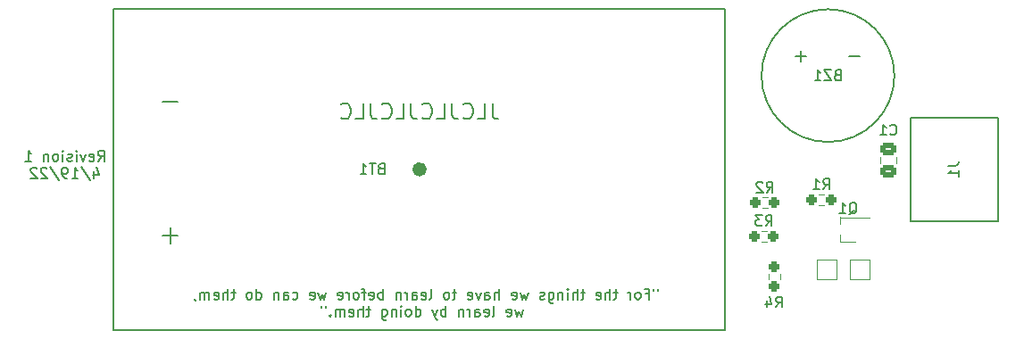
<source format=gbo>
%TF.GenerationSoftware,KiCad,Pcbnew,(6.0.2)*%
%TF.CreationDate,2022-04-20T19:36:53-07:00*%
%TF.ProjectId,TxBoard,5478426f-6172-4642-9e6b-696361645f70,3*%
%TF.SameCoordinates,Original*%
%TF.FileFunction,Legend,Bot*%
%TF.FilePolarity,Positive*%
%FSLAX46Y46*%
G04 Gerber Fmt 4.6, Leading zero omitted, Abs format (unit mm)*
G04 Created by KiCad (PCBNEW (6.0.2)) date 2022-04-20 19:36:53*
%MOMM*%
%LPD*%
G01*
G04 APERTURE LIST*
G04 Aperture macros list*
%AMRoundRect*
0 Rectangle with rounded corners*
0 $1 Rounding radius*
0 $2 $3 $4 $5 $6 $7 $8 $9 X,Y pos of 4 corners*
0 Add a 4 corners polygon primitive as box body*
4,1,4,$2,$3,$4,$5,$6,$7,$8,$9,$2,$3,0*
0 Add four circle primitives for the rounded corners*
1,1,$1+$1,$2,$3*
1,1,$1+$1,$4,$5*
1,1,$1+$1,$6,$7*
1,1,$1+$1,$8,$9*
0 Add four rect primitives between the rounded corners*
20,1,$1+$1,$2,$3,$4,$5,0*
20,1,$1+$1,$4,$5,$6,$7,0*
20,1,$1+$1,$6,$7,$8,$9,0*
20,1,$1+$1,$8,$9,$2,$3,0*%
G04 Aperture macros list end*
%ADD10C,0.160000*%
%ADD11C,0.150000*%
%ADD12C,0.120000*%
%ADD13C,0.177800*%
%ADD14C,0.695000*%
%ADD15C,7.000000*%
%ADD16C,1.676400*%
%ADD17RoundRect,0.237500X0.237500X-0.250000X0.237500X0.250000X-0.237500X0.250000X-0.237500X-0.250000X0*%
%ADD18O,2.717800X1.501800*%
%ADD19O,1.501800X2.717800*%
%ADD20RoundRect,0.250000X0.475000X-0.337500X0.475000X0.337500X-0.475000X0.337500X-0.475000X-0.337500X0*%
%ADD21RoundRect,0.237500X0.250000X0.237500X-0.250000X0.237500X-0.250000X-0.237500X0.250000X-0.237500X0*%
%ADD22C,1.100000*%
%ADD23R,1.500000X1.500000*%
%ADD24RoundRect,0.237500X-0.250000X-0.237500X0.250000X-0.237500X0.250000X0.237500X-0.250000X0.237500X0*%
%ADD25C,1.755000*%
%ADD26R,1.500000X0.450000*%
G04 APERTURE END LIST*
D10*
X148648571Y-90878571D02*
X148648571Y-91950000D01*
X148720000Y-92164285D01*
X148862857Y-92307142D01*
X149077142Y-92378571D01*
X149220000Y-92378571D01*
X147220000Y-92378571D02*
X147934285Y-92378571D01*
X147934285Y-90878571D01*
X145862857Y-92235714D02*
X145934285Y-92307142D01*
X146148571Y-92378571D01*
X146291428Y-92378571D01*
X146505714Y-92307142D01*
X146648571Y-92164285D01*
X146720000Y-92021428D01*
X146791428Y-91735714D01*
X146791428Y-91521428D01*
X146720000Y-91235714D01*
X146648571Y-91092857D01*
X146505714Y-90950000D01*
X146291428Y-90878571D01*
X146148571Y-90878571D01*
X145934285Y-90950000D01*
X145862857Y-91021428D01*
X144791428Y-90878571D02*
X144791428Y-91950000D01*
X144862857Y-92164285D01*
X145005714Y-92307142D01*
X145220000Y-92378571D01*
X145362857Y-92378571D01*
X143362857Y-92378571D02*
X144077142Y-92378571D01*
X144077142Y-90878571D01*
X142005714Y-92235714D02*
X142077142Y-92307142D01*
X142291428Y-92378571D01*
X142434285Y-92378571D01*
X142648571Y-92307142D01*
X142791428Y-92164285D01*
X142862857Y-92021428D01*
X142934285Y-91735714D01*
X142934285Y-91521428D01*
X142862857Y-91235714D01*
X142791428Y-91092857D01*
X142648571Y-90950000D01*
X142434285Y-90878571D01*
X142291428Y-90878571D01*
X142077142Y-90950000D01*
X142005714Y-91021428D01*
X140934285Y-90878571D02*
X140934285Y-91950000D01*
X141005714Y-92164285D01*
X141148571Y-92307142D01*
X141362857Y-92378571D01*
X141505714Y-92378571D01*
X139505714Y-92378571D02*
X140220000Y-92378571D01*
X140220000Y-90878571D01*
X138148571Y-92235714D02*
X138220000Y-92307142D01*
X138434285Y-92378571D01*
X138577142Y-92378571D01*
X138791428Y-92307142D01*
X138934285Y-92164285D01*
X139005714Y-92021428D01*
X139077142Y-91735714D01*
X139077142Y-91521428D01*
X139005714Y-91235714D01*
X138934285Y-91092857D01*
X138791428Y-90950000D01*
X138577142Y-90878571D01*
X138434285Y-90878571D01*
X138220000Y-90950000D01*
X138148571Y-91021428D01*
X137077142Y-90878571D02*
X137077142Y-91950000D01*
X137148571Y-92164285D01*
X137291428Y-92307142D01*
X137505714Y-92378571D01*
X137648571Y-92378571D01*
X135648571Y-92378571D02*
X136362857Y-92378571D01*
X136362857Y-90878571D01*
X134291428Y-92235714D02*
X134362857Y-92307142D01*
X134577142Y-92378571D01*
X134720000Y-92378571D01*
X134934285Y-92307142D01*
X135077142Y-92164285D01*
X135148571Y-92021428D01*
X135220000Y-91735714D01*
X135220000Y-91521428D01*
X135148571Y-91235714D01*
X135077142Y-91092857D01*
X134934285Y-90950000D01*
X134720000Y-90878571D01*
X134577142Y-90878571D01*
X134362857Y-90950000D01*
X134291428Y-91021428D01*
X111242857Y-96372380D02*
X111576190Y-95896190D01*
X111814285Y-96372380D02*
X111814285Y-95372380D01*
X111433333Y-95372380D01*
X111338095Y-95420000D01*
X111290476Y-95467619D01*
X111242857Y-95562857D01*
X111242857Y-95705714D01*
X111290476Y-95800952D01*
X111338095Y-95848571D01*
X111433333Y-95896190D01*
X111814285Y-95896190D01*
X110433333Y-96324761D02*
X110528571Y-96372380D01*
X110719047Y-96372380D01*
X110814285Y-96324761D01*
X110861904Y-96229523D01*
X110861904Y-95848571D01*
X110814285Y-95753333D01*
X110719047Y-95705714D01*
X110528571Y-95705714D01*
X110433333Y-95753333D01*
X110385714Y-95848571D01*
X110385714Y-95943809D01*
X110861904Y-96039047D01*
X110052380Y-95705714D02*
X109814285Y-96372380D01*
X109576190Y-95705714D01*
X109195238Y-96372380D02*
X109195238Y-95705714D01*
X109195238Y-95372380D02*
X109242857Y-95420000D01*
X109195238Y-95467619D01*
X109147619Y-95420000D01*
X109195238Y-95372380D01*
X109195238Y-95467619D01*
X108766666Y-96324761D02*
X108671428Y-96372380D01*
X108480952Y-96372380D01*
X108385714Y-96324761D01*
X108338095Y-96229523D01*
X108338095Y-96181904D01*
X108385714Y-96086666D01*
X108480952Y-96039047D01*
X108623809Y-96039047D01*
X108719047Y-95991428D01*
X108766666Y-95896190D01*
X108766666Y-95848571D01*
X108719047Y-95753333D01*
X108623809Y-95705714D01*
X108480952Y-95705714D01*
X108385714Y-95753333D01*
X107909523Y-96372380D02*
X107909523Y-95705714D01*
X107909523Y-95372380D02*
X107957142Y-95420000D01*
X107909523Y-95467619D01*
X107861904Y-95420000D01*
X107909523Y-95372380D01*
X107909523Y-95467619D01*
X107290476Y-96372380D02*
X107385714Y-96324761D01*
X107433333Y-96277142D01*
X107480952Y-96181904D01*
X107480952Y-95896190D01*
X107433333Y-95800952D01*
X107385714Y-95753333D01*
X107290476Y-95705714D01*
X107147619Y-95705714D01*
X107052380Y-95753333D01*
X107004761Y-95800952D01*
X106957142Y-95896190D01*
X106957142Y-96181904D01*
X107004761Y-96277142D01*
X107052380Y-96324761D01*
X107147619Y-96372380D01*
X107290476Y-96372380D01*
X106528571Y-95705714D02*
X106528571Y-96372380D01*
X106528571Y-95800952D02*
X106480952Y-95753333D01*
X106385714Y-95705714D01*
X106242857Y-95705714D01*
X106147619Y-95753333D01*
X106100000Y-95848571D01*
X106100000Y-96372380D01*
X104338095Y-96372380D02*
X104909523Y-96372380D01*
X104623809Y-96372380D02*
X104623809Y-95372380D01*
X104719047Y-95515238D01*
X104814285Y-95610476D01*
X104909523Y-95658095D01*
X110861904Y-97315714D02*
X110861904Y-97982380D01*
X111100000Y-96934761D02*
X111338095Y-97649047D01*
X110719047Y-97649047D01*
X109623809Y-96934761D02*
X110480952Y-98220476D01*
X108766666Y-97982380D02*
X109338095Y-97982380D01*
X109052380Y-97982380D02*
X109052380Y-96982380D01*
X109147619Y-97125238D01*
X109242857Y-97220476D01*
X109338095Y-97268095D01*
X108290476Y-97982380D02*
X108100000Y-97982380D01*
X108004761Y-97934761D01*
X107957142Y-97887142D01*
X107861904Y-97744285D01*
X107814285Y-97553809D01*
X107814285Y-97172857D01*
X107861904Y-97077619D01*
X107909523Y-97030000D01*
X108004761Y-96982380D01*
X108195238Y-96982380D01*
X108290476Y-97030000D01*
X108338095Y-97077619D01*
X108385714Y-97172857D01*
X108385714Y-97410952D01*
X108338095Y-97506190D01*
X108290476Y-97553809D01*
X108195238Y-97601428D01*
X108004761Y-97601428D01*
X107909523Y-97553809D01*
X107861904Y-97506190D01*
X107814285Y-97410952D01*
X106671428Y-96934761D02*
X107528571Y-98220476D01*
X106385714Y-97077619D02*
X106338095Y-97030000D01*
X106242857Y-96982380D01*
X106004761Y-96982380D01*
X105909523Y-97030000D01*
X105861904Y-97077619D01*
X105814285Y-97172857D01*
X105814285Y-97268095D01*
X105861904Y-97410952D01*
X106433333Y-97982380D01*
X105814285Y-97982380D01*
X105433333Y-97077619D02*
X105385714Y-97030000D01*
X105290476Y-96982380D01*
X105052380Y-96982380D01*
X104957142Y-97030000D01*
X104909523Y-97077619D01*
X104861904Y-97172857D01*
X104861904Y-97268095D01*
X104909523Y-97410952D01*
X105480952Y-97982380D01*
X104861904Y-97982380D01*
X164319380Y-108502380D02*
X164319380Y-108692857D01*
X163938428Y-108502380D02*
X163938428Y-108692857D01*
X163176523Y-108978571D02*
X163509857Y-108978571D01*
X163509857Y-109502380D02*
X163509857Y-108502380D01*
X163033666Y-108502380D01*
X162509857Y-109502380D02*
X162605095Y-109454761D01*
X162652714Y-109407142D01*
X162700333Y-109311904D01*
X162700333Y-109026190D01*
X162652714Y-108930952D01*
X162605095Y-108883333D01*
X162509857Y-108835714D01*
X162367000Y-108835714D01*
X162271761Y-108883333D01*
X162224142Y-108930952D01*
X162176523Y-109026190D01*
X162176523Y-109311904D01*
X162224142Y-109407142D01*
X162271761Y-109454761D01*
X162367000Y-109502380D01*
X162509857Y-109502380D01*
X161747952Y-109502380D02*
X161747952Y-108835714D01*
X161747952Y-109026190D02*
X161700333Y-108930952D01*
X161652714Y-108883333D01*
X161557476Y-108835714D01*
X161462238Y-108835714D01*
X160509857Y-108835714D02*
X160128904Y-108835714D01*
X160367000Y-108502380D02*
X160367000Y-109359523D01*
X160319380Y-109454761D01*
X160224142Y-109502380D01*
X160128904Y-109502380D01*
X159795571Y-109502380D02*
X159795571Y-108502380D01*
X159367000Y-109502380D02*
X159367000Y-108978571D01*
X159414619Y-108883333D01*
X159509857Y-108835714D01*
X159652714Y-108835714D01*
X159747952Y-108883333D01*
X159795571Y-108930952D01*
X158509857Y-109454761D02*
X158605095Y-109502380D01*
X158795571Y-109502380D01*
X158890809Y-109454761D01*
X158938428Y-109359523D01*
X158938428Y-108978571D01*
X158890809Y-108883333D01*
X158795571Y-108835714D01*
X158605095Y-108835714D01*
X158509857Y-108883333D01*
X158462238Y-108978571D01*
X158462238Y-109073809D01*
X158938428Y-109169047D01*
X157414619Y-108835714D02*
X157033666Y-108835714D01*
X157271761Y-108502380D02*
X157271761Y-109359523D01*
X157224142Y-109454761D01*
X157128904Y-109502380D01*
X157033666Y-109502380D01*
X156700333Y-109502380D02*
X156700333Y-108502380D01*
X156271761Y-109502380D02*
X156271761Y-108978571D01*
X156319380Y-108883333D01*
X156414619Y-108835714D01*
X156557476Y-108835714D01*
X156652714Y-108883333D01*
X156700333Y-108930952D01*
X155795571Y-109502380D02*
X155795571Y-108835714D01*
X155795571Y-108502380D02*
X155843190Y-108550000D01*
X155795571Y-108597619D01*
X155747952Y-108550000D01*
X155795571Y-108502380D01*
X155795571Y-108597619D01*
X155319380Y-108835714D02*
X155319380Y-109502380D01*
X155319380Y-108930952D02*
X155271761Y-108883333D01*
X155176523Y-108835714D01*
X155033666Y-108835714D01*
X154938428Y-108883333D01*
X154890809Y-108978571D01*
X154890809Y-109502380D01*
X153986047Y-108835714D02*
X153986047Y-109645238D01*
X154033666Y-109740476D01*
X154081285Y-109788095D01*
X154176523Y-109835714D01*
X154319380Y-109835714D01*
X154414619Y-109788095D01*
X153986047Y-109454761D02*
X154081285Y-109502380D01*
X154271761Y-109502380D01*
X154367000Y-109454761D01*
X154414619Y-109407142D01*
X154462238Y-109311904D01*
X154462238Y-109026190D01*
X154414619Y-108930952D01*
X154367000Y-108883333D01*
X154271761Y-108835714D01*
X154081285Y-108835714D01*
X153986047Y-108883333D01*
X153557476Y-109454761D02*
X153462238Y-109502380D01*
X153271761Y-109502380D01*
X153176523Y-109454761D01*
X153128904Y-109359523D01*
X153128904Y-109311904D01*
X153176523Y-109216666D01*
X153271761Y-109169047D01*
X153414619Y-109169047D01*
X153509857Y-109121428D01*
X153557476Y-109026190D01*
X153557476Y-108978571D01*
X153509857Y-108883333D01*
X153414619Y-108835714D01*
X153271761Y-108835714D01*
X153176523Y-108883333D01*
X152033666Y-108835714D02*
X151843190Y-109502380D01*
X151652714Y-109026190D01*
X151462238Y-109502380D01*
X151271761Y-108835714D01*
X150509857Y-109454761D02*
X150605095Y-109502380D01*
X150795571Y-109502380D01*
X150890809Y-109454761D01*
X150938428Y-109359523D01*
X150938428Y-108978571D01*
X150890809Y-108883333D01*
X150795571Y-108835714D01*
X150605095Y-108835714D01*
X150509857Y-108883333D01*
X150462238Y-108978571D01*
X150462238Y-109073809D01*
X150938428Y-109169047D01*
X149271761Y-109502380D02*
X149271761Y-108502380D01*
X148843190Y-109502380D02*
X148843190Y-108978571D01*
X148890809Y-108883333D01*
X148986047Y-108835714D01*
X149128904Y-108835714D01*
X149224142Y-108883333D01*
X149271761Y-108930952D01*
X147938428Y-109502380D02*
X147938428Y-108978571D01*
X147986047Y-108883333D01*
X148081285Y-108835714D01*
X148271761Y-108835714D01*
X148367000Y-108883333D01*
X147938428Y-109454761D02*
X148033666Y-109502380D01*
X148271761Y-109502380D01*
X148367000Y-109454761D01*
X148414619Y-109359523D01*
X148414619Y-109264285D01*
X148367000Y-109169047D01*
X148271761Y-109121428D01*
X148033666Y-109121428D01*
X147938428Y-109073809D01*
X147557476Y-108835714D02*
X147319380Y-109502380D01*
X147081285Y-108835714D01*
X146319380Y-109454761D02*
X146414619Y-109502380D01*
X146605095Y-109502380D01*
X146700333Y-109454761D01*
X146747952Y-109359523D01*
X146747952Y-108978571D01*
X146700333Y-108883333D01*
X146605095Y-108835714D01*
X146414619Y-108835714D01*
X146319380Y-108883333D01*
X146271761Y-108978571D01*
X146271761Y-109073809D01*
X146747952Y-109169047D01*
X145224142Y-108835714D02*
X144843190Y-108835714D01*
X145081285Y-108502380D02*
X145081285Y-109359523D01*
X145033666Y-109454761D01*
X144938428Y-109502380D01*
X144843190Y-109502380D01*
X144367000Y-109502380D02*
X144462238Y-109454761D01*
X144509857Y-109407142D01*
X144557476Y-109311904D01*
X144557476Y-109026190D01*
X144509857Y-108930952D01*
X144462238Y-108883333D01*
X144367000Y-108835714D01*
X144224142Y-108835714D01*
X144128904Y-108883333D01*
X144081285Y-108930952D01*
X144033666Y-109026190D01*
X144033666Y-109311904D01*
X144081285Y-109407142D01*
X144128904Y-109454761D01*
X144224142Y-109502380D01*
X144367000Y-109502380D01*
X142700333Y-109502380D02*
X142795571Y-109454761D01*
X142843190Y-109359523D01*
X142843190Y-108502380D01*
X141938428Y-109454761D02*
X142033666Y-109502380D01*
X142224142Y-109502380D01*
X142319380Y-109454761D01*
X142367000Y-109359523D01*
X142367000Y-108978571D01*
X142319380Y-108883333D01*
X142224142Y-108835714D01*
X142033666Y-108835714D01*
X141938428Y-108883333D01*
X141890809Y-108978571D01*
X141890809Y-109073809D01*
X142367000Y-109169047D01*
X141033666Y-109502380D02*
X141033666Y-108978571D01*
X141081285Y-108883333D01*
X141176523Y-108835714D01*
X141367000Y-108835714D01*
X141462238Y-108883333D01*
X141033666Y-109454761D02*
X141128904Y-109502380D01*
X141367000Y-109502380D01*
X141462238Y-109454761D01*
X141509857Y-109359523D01*
X141509857Y-109264285D01*
X141462238Y-109169047D01*
X141367000Y-109121428D01*
X141128904Y-109121428D01*
X141033666Y-109073809D01*
X140557476Y-109502380D02*
X140557476Y-108835714D01*
X140557476Y-109026190D02*
X140509857Y-108930952D01*
X140462238Y-108883333D01*
X140367000Y-108835714D01*
X140271761Y-108835714D01*
X139938428Y-108835714D02*
X139938428Y-109502380D01*
X139938428Y-108930952D02*
X139890809Y-108883333D01*
X139795571Y-108835714D01*
X139652714Y-108835714D01*
X139557476Y-108883333D01*
X139509857Y-108978571D01*
X139509857Y-109502380D01*
X138271761Y-109502380D02*
X138271761Y-108502380D01*
X138271761Y-108883333D02*
X138176523Y-108835714D01*
X137986047Y-108835714D01*
X137890809Y-108883333D01*
X137843190Y-108930952D01*
X137795571Y-109026190D01*
X137795571Y-109311904D01*
X137843190Y-109407142D01*
X137890809Y-109454761D01*
X137986047Y-109502380D01*
X138176523Y-109502380D01*
X138271761Y-109454761D01*
X136986047Y-109454761D02*
X137081285Y-109502380D01*
X137271761Y-109502380D01*
X137367000Y-109454761D01*
X137414619Y-109359523D01*
X137414619Y-108978571D01*
X137367000Y-108883333D01*
X137271761Y-108835714D01*
X137081285Y-108835714D01*
X136986047Y-108883333D01*
X136938428Y-108978571D01*
X136938428Y-109073809D01*
X137414619Y-109169047D01*
X136652714Y-108835714D02*
X136271761Y-108835714D01*
X136509857Y-109502380D02*
X136509857Y-108645238D01*
X136462238Y-108550000D01*
X136367000Y-108502380D01*
X136271761Y-108502380D01*
X135795571Y-109502380D02*
X135890809Y-109454761D01*
X135938428Y-109407142D01*
X135986047Y-109311904D01*
X135986047Y-109026190D01*
X135938428Y-108930952D01*
X135890809Y-108883333D01*
X135795571Y-108835714D01*
X135652714Y-108835714D01*
X135557476Y-108883333D01*
X135509857Y-108930952D01*
X135462238Y-109026190D01*
X135462238Y-109311904D01*
X135509857Y-109407142D01*
X135557476Y-109454761D01*
X135652714Y-109502380D01*
X135795571Y-109502380D01*
X135033666Y-109502380D02*
X135033666Y-108835714D01*
X135033666Y-109026190D02*
X134986047Y-108930952D01*
X134938428Y-108883333D01*
X134843190Y-108835714D01*
X134747952Y-108835714D01*
X134033666Y-109454761D02*
X134128904Y-109502380D01*
X134319380Y-109502380D01*
X134414619Y-109454761D01*
X134462238Y-109359523D01*
X134462238Y-108978571D01*
X134414619Y-108883333D01*
X134319380Y-108835714D01*
X134128904Y-108835714D01*
X134033666Y-108883333D01*
X133986047Y-108978571D01*
X133986047Y-109073809D01*
X134462238Y-109169047D01*
X132890809Y-108835714D02*
X132700333Y-109502380D01*
X132509857Y-109026190D01*
X132319380Y-109502380D01*
X132128904Y-108835714D01*
X131367000Y-109454761D02*
X131462238Y-109502380D01*
X131652714Y-109502380D01*
X131747952Y-109454761D01*
X131795571Y-109359523D01*
X131795571Y-108978571D01*
X131747952Y-108883333D01*
X131652714Y-108835714D01*
X131462238Y-108835714D01*
X131367000Y-108883333D01*
X131319380Y-108978571D01*
X131319380Y-109073809D01*
X131795571Y-109169047D01*
X129700333Y-109454761D02*
X129795571Y-109502380D01*
X129986047Y-109502380D01*
X130081285Y-109454761D01*
X130128904Y-109407142D01*
X130176523Y-109311904D01*
X130176523Y-109026190D01*
X130128904Y-108930952D01*
X130081285Y-108883333D01*
X129986047Y-108835714D01*
X129795571Y-108835714D01*
X129700333Y-108883333D01*
X128843190Y-109502380D02*
X128843190Y-108978571D01*
X128890809Y-108883333D01*
X128986047Y-108835714D01*
X129176523Y-108835714D01*
X129271761Y-108883333D01*
X128843190Y-109454761D02*
X128938428Y-109502380D01*
X129176523Y-109502380D01*
X129271761Y-109454761D01*
X129319380Y-109359523D01*
X129319380Y-109264285D01*
X129271761Y-109169047D01*
X129176523Y-109121428D01*
X128938428Y-109121428D01*
X128843190Y-109073809D01*
X128367000Y-108835714D02*
X128367000Y-109502380D01*
X128367000Y-108930952D02*
X128319380Y-108883333D01*
X128224142Y-108835714D01*
X128081285Y-108835714D01*
X127986047Y-108883333D01*
X127938428Y-108978571D01*
X127938428Y-109502380D01*
X126271761Y-109502380D02*
X126271761Y-108502380D01*
X126271761Y-109454761D02*
X126367000Y-109502380D01*
X126557476Y-109502380D01*
X126652714Y-109454761D01*
X126700333Y-109407142D01*
X126747952Y-109311904D01*
X126747952Y-109026190D01*
X126700333Y-108930952D01*
X126652714Y-108883333D01*
X126557476Y-108835714D01*
X126367000Y-108835714D01*
X126271761Y-108883333D01*
X125652714Y-109502380D02*
X125747952Y-109454761D01*
X125795571Y-109407142D01*
X125843190Y-109311904D01*
X125843190Y-109026190D01*
X125795571Y-108930952D01*
X125747952Y-108883333D01*
X125652714Y-108835714D01*
X125509857Y-108835714D01*
X125414619Y-108883333D01*
X125367000Y-108930952D01*
X125319380Y-109026190D01*
X125319380Y-109311904D01*
X125367000Y-109407142D01*
X125414619Y-109454761D01*
X125509857Y-109502380D01*
X125652714Y-109502380D01*
X124271761Y-108835714D02*
X123890809Y-108835714D01*
X124128904Y-108502380D02*
X124128904Y-109359523D01*
X124081285Y-109454761D01*
X123986047Y-109502380D01*
X123890809Y-109502380D01*
X123557476Y-109502380D02*
X123557476Y-108502380D01*
X123128904Y-109502380D02*
X123128904Y-108978571D01*
X123176523Y-108883333D01*
X123271761Y-108835714D01*
X123414619Y-108835714D01*
X123509857Y-108883333D01*
X123557476Y-108930952D01*
X122271761Y-109454761D02*
X122367000Y-109502380D01*
X122557476Y-109502380D01*
X122652714Y-109454761D01*
X122700333Y-109359523D01*
X122700333Y-108978571D01*
X122652714Y-108883333D01*
X122557476Y-108835714D01*
X122367000Y-108835714D01*
X122271761Y-108883333D01*
X122224142Y-108978571D01*
X122224142Y-109073809D01*
X122700333Y-109169047D01*
X121795571Y-109502380D02*
X121795571Y-108835714D01*
X121795571Y-108930952D02*
X121747952Y-108883333D01*
X121652714Y-108835714D01*
X121509857Y-108835714D01*
X121414619Y-108883333D01*
X121367000Y-108978571D01*
X121367000Y-109502380D01*
X121367000Y-108978571D02*
X121319380Y-108883333D01*
X121224142Y-108835714D01*
X121081285Y-108835714D01*
X120986047Y-108883333D01*
X120938428Y-108978571D01*
X120938428Y-109502380D01*
X120414619Y-109454761D02*
X120414619Y-109502380D01*
X120462238Y-109597619D01*
X120509857Y-109645238D01*
X151557476Y-110445714D02*
X151367000Y-111112380D01*
X151176523Y-110636190D01*
X150986047Y-111112380D01*
X150795571Y-110445714D01*
X150033666Y-111064761D02*
X150128904Y-111112380D01*
X150319380Y-111112380D01*
X150414619Y-111064761D01*
X150462238Y-110969523D01*
X150462238Y-110588571D01*
X150414619Y-110493333D01*
X150319380Y-110445714D01*
X150128904Y-110445714D01*
X150033666Y-110493333D01*
X149986047Y-110588571D01*
X149986047Y-110683809D01*
X150462238Y-110779047D01*
X148652714Y-111112380D02*
X148747952Y-111064761D01*
X148795571Y-110969523D01*
X148795571Y-110112380D01*
X147890809Y-111064761D02*
X147986047Y-111112380D01*
X148176523Y-111112380D01*
X148271761Y-111064761D01*
X148319380Y-110969523D01*
X148319380Y-110588571D01*
X148271761Y-110493333D01*
X148176523Y-110445714D01*
X147986047Y-110445714D01*
X147890809Y-110493333D01*
X147843190Y-110588571D01*
X147843190Y-110683809D01*
X148319380Y-110779047D01*
X146986047Y-111112380D02*
X146986047Y-110588571D01*
X147033666Y-110493333D01*
X147128904Y-110445714D01*
X147319380Y-110445714D01*
X147414619Y-110493333D01*
X146986047Y-111064761D02*
X147081285Y-111112380D01*
X147319380Y-111112380D01*
X147414619Y-111064761D01*
X147462238Y-110969523D01*
X147462238Y-110874285D01*
X147414619Y-110779047D01*
X147319380Y-110731428D01*
X147081285Y-110731428D01*
X146986047Y-110683809D01*
X146509857Y-111112380D02*
X146509857Y-110445714D01*
X146509857Y-110636190D02*
X146462238Y-110540952D01*
X146414619Y-110493333D01*
X146319380Y-110445714D01*
X146224142Y-110445714D01*
X145890809Y-110445714D02*
X145890809Y-111112380D01*
X145890809Y-110540952D02*
X145843190Y-110493333D01*
X145747952Y-110445714D01*
X145605095Y-110445714D01*
X145509857Y-110493333D01*
X145462238Y-110588571D01*
X145462238Y-111112380D01*
X144224142Y-111112380D02*
X144224142Y-110112380D01*
X144224142Y-110493333D02*
X144128904Y-110445714D01*
X143938428Y-110445714D01*
X143843190Y-110493333D01*
X143795571Y-110540952D01*
X143747952Y-110636190D01*
X143747952Y-110921904D01*
X143795571Y-111017142D01*
X143843190Y-111064761D01*
X143938428Y-111112380D01*
X144128904Y-111112380D01*
X144224142Y-111064761D01*
X143414619Y-110445714D02*
X143176523Y-111112380D01*
X142938428Y-110445714D02*
X143176523Y-111112380D01*
X143271761Y-111350476D01*
X143319380Y-111398095D01*
X143414619Y-111445714D01*
X141367000Y-111112380D02*
X141367000Y-110112380D01*
X141367000Y-111064761D02*
X141462238Y-111112380D01*
X141652714Y-111112380D01*
X141747952Y-111064761D01*
X141795571Y-111017142D01*
X141843190Y-110921904D01*
X141843190Y-110636190D01*
X141795571Y-110540952D01*
X141747952Y-110493333D01*
X141652714Y-110445714D01*
X141462238Y-110445714D01*
X141367000Y-110493333D01*
X140747952Y-111112380D02*
X140843190Y-111064761D01*
X140890809Y-111017142D01*
X140938428Y-110921904D01*
X140938428Y-110636190D01*
X140890809Y-110540952D01*
X140843190Y-110493333D01*
X140747952Y-110445714D01*
X140605095Y-110445714D01*
X140509857Y-110493333D01*
X140462238Y-110540952D01*
X140414619Y-110636190D01*
X140414619Y-110921904D01*
X140462238Y-111017142D01*
X140509857Y-111064761D01*
X140605095Y-111112380D01*
X140747952Y-111112380D01*
X139986047Y-111112380D02*
X139986047Y-110445714D01*
X139986047Y-110112380D02*
X140033666Y-110160000D01*
X139986047Y-110207619D01*
X139938428Y-110160000D01*
X139986047Y-110112380D01*
X139986047Y-110207619D01*
X139509857Y-110445714D02*
X139509857Y-111112380D01*
X139509857Y-110540952D02*
X139462238Y-110493333D01*
X139367000Y-110445714D01*
X139224142Y-110445714D01*
X139128904Y-110493333D01*
X139081285Y-110588571D01*
X139081285Y-111112380D01*
X138176523Y-110445714D02*
X138176523Y-111255238D01*
X138224142Y-111350476D01*
X138271761Y-111398095D01*
X138367000Y-111445714D01*
X138509857Y-111445714D01*
X138605095Y-111398095D01*
X138176523Y-111064761D02*
X138271761Y-111112380D01*
X138462238Y-111112380D01*
X138557476Y-111064761D01*
X138605095Y-111017142D01*
X138652714Y-110921904D01*
X138652714Y-110636190D01*
X138605095Y-110540952D01*
X138557476Y-110493333D01*
X138462238Y-110445714D01*
X138271761Y-110445714D01*
X138176523Y-110493333D01*
X137081285Y-110445714D02*
X136700333Y-110445714D01*
X136938428Y-110112380D02*
X136938428Y-110969523D01*
X136890809Y-111064761D01*
X136795571Y-111112380D01*
X136700333Y-111112380D01*
X136367000Y-111112380D02*
X136367000Y-110112380D01*
X135938428Y-111112380D02*
X135938428Y-110588571D01*
X135986047Y-110493333D01*
X136081285Y-110445714D01*
X136224142Y-110445714D01*
X136319380Y-110493333D01*
X136367000Y-110540952D01*
X135081285Y-111064761D02*
X135176523Y-111112380D01*
X135367000Y-111112380D01*
X135462238Y-111064761D01*
X135509857Y-110969523D01*
X135509857Y-110588571D01*
X135462238Y-110493333D01*
X135367000Y-110445714D01*
X135176523Y-110445714D01*
X135081285Y-110493333D01*
X135033666Y-110588571D01*
X135033666Y-110683809D01*
X135509857Y-110779047D01*
X134605095Y-111112380D02*
X134605095Y-110445714D01*
X134605095Y-110540952D02*
X134557476Y-110493333D01*
X134462238Y-110445714D01*
X134319380Y-110445714D01*
X134224142Y-110493333D01*
X134176523Y-110588571D01*
X134176523Y-111112380D01*
X134176523Y-110588571D02*
X134128904Y-110493333D01*
X134033666Y-110445714D01*
X133890809Y-110445714D01*
X133795571Y-110493333D01*
X133747952Y-110588571D01*
X133747952Y-111112380D01*
X133271761Y-111017142D02*
X133224142Y-111064761D01*
X133271761Y-111112380D01*
X133319380Y-111064761D01*
X133271761Y-111017142D01*
X133271761Y-111112380D01*
X132843190Y-110112380D02*
X132843190Y-110302857D01*
X132462238Y-110112380D02*
X132462238Y-110302857D01*
D11*
X175516666Y-110252380D02*
X175850000Y-109776190D01*
X176088095Y-110252380D02*
X176088095Y-109252380D01*
X175707142Y-109252380D01*
X175611904Y-109300000D01*
X175564285Y-109347619D01*
X175516666Y-109442857D01*
X175516666Y-109585714D01*
X175564285Y-109680952D01*
X175611904Y-109728571D01*
X175707142Y-109776190D01*
X176088095Y-109776190D01*
X174659523Y-109585714D02*
X174659523Y-110252380D01*
X174897619Y-109204761D02*
X175135714Y-109919047D01*
X174516666Y-109919047D01*
X191857380Y-96821666D02*
X192571666Y-96821666D01*
X192714523Y-96774047D01*
X192809761Y-96678809D01*
X192857380Y-96535952D01*
X192857380Y-96440714D01*
X192857380Y-97821666D02*
X192857380Y-97250238D01*
X192857380Y-97535952D02*
X191857380Y-97535952D01*
X192000238Y-97440714D01*
X192095476Y-97345476D01*
X192143095Y-97250238D01*
X186366666Y-93807142D02*
X186414285Y-93854761D01*
X186557142Y-93902380D01*
X186652380Y-93902380D01*
X186795238Y-93854761D01*
X186890476Y-93759523D01*
X186938095Y-93664285D01*
X186985714Y-93473809D01*
X186985714Y-93330952D01*
X186938095Y-93140476D01*
X186890476Y-93045238D01*
X186795238Y-92950000D01*
X186652380Y-92902380D01*
X186557142Y-92902380D01*
X186414285Y-92950000D01*
X186366666Y-92997619D01*
X185414285Y-93902380D02*
X185985714Y-93902380D01*
X185700000Y-93902380D02*
X185700000Y-92902380D01*
X185795238Y-93045238D01*
X185890476Y-93140476D01*
X185985714Y-93188095D01*
X174641166Y-99352380D02*
X174974500Y-98876190D01*
X175212595Y-99352380D02*
X175212595Y-98352380D01*
X174831642Y-98352380D01*
X174736404Y-98400000D01*
X174688785Y-98447619D01*
X174641166Y-98542857D01*
X174641166Y-98685714D01*
X174688785Y-98780952D01*
X174736404Y-98828571D01*
X174831642Y-98876190D01*
X175212595Y-98876190D01*
X174260214Y-98447619D02*
X174212595Y-98400000D01*
X174117357Y-98352380D01*
X173879261Y-98352380D01*
X173784023Y-98400000D01*
X173736404Y-98447619D01*
X173688785Y-98542857D01*
X173688785Y-98638095D01*
X173736404Y-98780952D01*
X174307833Y-99352380D01*
X173688785Y-99352380D01*
X181347952Y-88193571D02*
X181205095Y-88241190D01*
X181157476Y-88288809D01*
X181109857Y-88384047D01*
X181109857Y-88526904D01*
X181157476Y-88622142D01*
X181205095Y-88669761D01*
X181300333Y-88717380D01*
X181681285Y-88717380D01*
X181681285Y-87717380D01*
X181347952Y-87717380D01*
X181252714Y-87765000D01*
X181205095Y-87812619D01*
X181157476Y-87907857D01*
X181157476Y-88003095D01*
X181205095Y-88098333D01*
X181252714Y-88145952D01*
X181347952Y-88193571D01*
X181681285Y-88193571D01*
X180776523Y-87717380D02*
X180109857Y-87717380D01*
X180776523Y-88717380D01*
X180109857Y-88717380D01*
X179205095Y-88717380D02*
X179776523Y-88717380D01*
X179490809Y-88717380D02*
X179490809Y-87717380D01*
X179586047Y-87860238D01*
X179681285Y-87955476D01*
X179776523Y-88003095D01*
X178429857Y-86454285D02*
X177424142Y-86454285D01*
X177927000Y-86957142D02*
X177927000Y-85951428D01*
X183509857Y-86454285D02*
X182504142Y-86454285D01*
X180016666Y-99052380D02*
X180350000Y-98576190D01*
X180588095Y-99052380D02*
X180588095Y-98052380D01*
X180207142Y-98052380D01*
X180111904Y-98100000D01*
X180064285Y-98147619D01*
X180016666Y-98242857D01*
X180016666Y-98385714D01*
X180064285Y-98480952D01*
X180111904Y-98528571D01*
X180207142Y-98576190D01*
X180588095Y-98576190D01*
X179064285Y-99052380D02*
X179635714Y-99052380D01*
X179350000Y-99052380D02*
X179350000Y-98052380D01*
X179445238Y-98195238D01*
X179540476Y-98290476D01*
X179635714Y-98338095D01*
X138072714Y-97083571D02*
X137929857Y-97131190D01*
X137882238Y-97178809D01*
X137834619Y-97274047D01*
X137834619Y-97416904D01*
X137882238Y-97512142D01*
X137929857Y-97559761D01*
X138025095Y-97607380D01*
X138406047Y-97607380D01*
X138406047Y-96607380D01*
X138072714Y-96607380D01*
X137977476Y-96655000D01*
X137929857Y-96702619D01*
X137882238Y-96797857D01*
X137882238Y-96893095D01*
X137929857Y-96988333D01*
X137977476Y-97035952D01*
X138072714Y-97083571D01*
X138406047Y-97083571D01*
X137548904Y-96607380D02*
X136977476Y-96607380D01*
X137263190Y-97607380D02*
X137263190Y-96607380D01*
X136120333Y-97607380D02*
X136691761Y-97607380D01*
X136406047Y-97607380D02*
X136406047Y-96607380D01*
X136501285Y-96750238D01*
X136596523Y-96845476D01*
X136691761Y-96893095D01*
X174561166Y-102527380D02*
X174894500Y-102051190D01*
X175132595Y-102527380D02*
X175132595Y-101527380D01*
X174751642Y-101527380D01*
X174656404Y-101575000D01*
X174608785Y-101622619D01*
X174561166Y-101717857D01*
X174561166Y-101860714D01*
X174608785Y-101955952D01*
X174656404Y-102003571D01*
X174751642Y-102051190D01*
X175132595Y-102051190D01*
X174227833Y-101527380D02*
X173608785Y-101527380D01*
X173942119Y-101908333D01*
X173799261Y-101908333D01*
X173704023Y-101955952D01*
X173656404Y-102003571D01*
X173608785Y-102098809D01*
X173608785Y-102336904D01*
X173656404Y-102432142D01*
X173704023Y-102479761D01*
X173799261Y-102527380D01*
X174084976Y-102527380D01*
X174180214Y-102479761D01*
X174227833Y-102432142D01*
X182467238Y-101417619D02*
X182562476Y-101370000D01*
X182657714Y-101274761D01*
X182800571Y-101131904D01*
X182895809Y-101084285D01*
X182991047Y-101084285D01*
X182943428Y-101322380D02*
X183038666Y-101274761D01*
X183133904Y-101179523D01*
X183181523Y-100989047D01*
X183181523Y-100655714D01*
X183133904Y-100465238D01*
X183038666Y-100370000D01*
X182943428Y-100322380D01*
X182752952Y-100322380D01*
X182657714Y-100370000D01*
X182562476Y-100465238D01*
X182514857Y-100655714D01*
X182514857Y-100989047D01*
X182562476Y-101179523D01*
X182657714Y-101274761D01*
X182752952Y-101322380D01*
X182943428Y-101322380D01*
X181562476Y-101322380D02*
X182133904Y-101322380D01*
X181848190Y-101322380D02*
X181848190Y-100322380D01*
X181943428Y-100465238D01*
X182038666Y-100560476D01*
X182133904Y-100608095D01*
D12*
X174864500Y-107569724D02*
X174864500Y-107060276D01*
X175909500Y-107569724D02*
X175909500Y-107060276D01*
D13*
X196637000Y-102055000D02*
X188337000Y-102055000D01*
X188337000Y-102055000D02*
X188337000Y-92255000D01*
X188337000Y-92255000D02*
X196637000Y-92255000D01*
X196637000Y-92255000D02*
X196637000Y-102055000D01*
D12*
X186917000Y-96553752D02*
X186917000Y-96031248D01*
X185447000Y-96553752D02*
X185447000Y-96031248D01*
X174729224Y-100852500D02*
X174219776Y-100852500D01*
X174729224Y-99807500D02*
X174219776Y-99807500D01*
D13*
X186767000Y-88265000D02*
G75*
G03*
X186767000Y-88265000I-6300000J0D01*
G01*
D12*
X181290000Y-107630000D02*
X181290000Y-105730000D01*
X179390000Y-107630000D02*
X181290000Y-107630000D01*
X181290000Y-105730000D02*
X179390000Y-105730000D01*
X179390000Y-105730000D02*
X179390000Y-107630000D01*
X179577276Y-99553500D02*
X180086724Y-99553500D01*
X179577276Y-100598500D02*
X180086724Y-100598500D01*
D13*
X117332000Y-103445000D02*
X118832000Y-103445000D01*
X118082000Y-102695000D02*
X118082000Y-104195000D01*
X170732000Y-112405000D02*
X170732000Y-81905000D01*
X112732000Y-112405000D02*
X170732000Y-112405000D01*
X117332000Y-90745000D02*
X118832000Y-90745000D01*
X112732000Y-81905000D02*
X112732000Y-112405000D01*
X170732000Y-81905000D02*
X112732000Y-81905000D01*
D14*
X142079500Y-97155000D02*
G75*
G03*
X142079500Y-97155000I-347500J0D01*
G01*
D12*
X174649224Y-102982500D02*
X174139776Y-102982500D01*
X174649224Y-104027500D02*
X174139776Y-104027500D01*
X181637000Y-101700000D02*
X181637000Y-102370000D01*
X183047000Y-104030000D02*
X181637000Y-104030000D01*
X181637000Y-101710000D02*
X184372000Y-101710000D01*
X181637000Y-103370000D02*
X181637000Y-104030000D01*
X184425334Y-105730000D02*
X182525334Y-105730000D01*
X182525334Y-105730000D02*
X182525334Y-107630000D01*
X184425334Y-107630000D02*
X184425334Y-105730000D01*
X182525334Y-107630000D02*
X184425334Y-107630000D01*
%LPC*%
D15*
X108077000Y-86360000D03*
D16*
X149352000Y-94615000D03*
X149352000Y-97155000D03*
X149352000Y-99695000D03*
D15*
X191897000Y-86360000D03*
D16*
X167767000Y-94615000D03*
X167767000Y-97155000D03*
X167767000Y-99695000D03*
X130302000Y-94615000D03*
X130302000Y-97155000D03*
X130302000Y-99695000D03*
D15*
X191897000Y-107950000D03*
X108077000Y-107950000D03*
D17*
X175387000Y-108227500D03*
X175387000Y-106402500D03*
D18*
X189936999Y-97155000D03*
D19*
X194437000Y-97155000D03*
D20*
X186182000Y-97330000D03*
X186182000Y-95255000D03*
D21*
X175387000Y-100330000D03*
X173562000Y-100330000D03*
D22*
X177967000Y-88265000D03*
X182967000Y-88265000D03*
D23*
X180340000Y-106680000D03*
D24*
X178919500Y-100076000D03*
X180744500Y-100076000D03*
D25*
X115572000Y-103795000D03*
X115572000Y-90205000D03*
D21*
X175307000Y-103505000D03*
X173482000Y-103505000D03*
D26*
X183702000Y-102220000D03*
X183702000Y-103520000D03*
X181042000Y-102870000D03*
D23*
X183475334Y-106680000D03*
M02*

</source>
